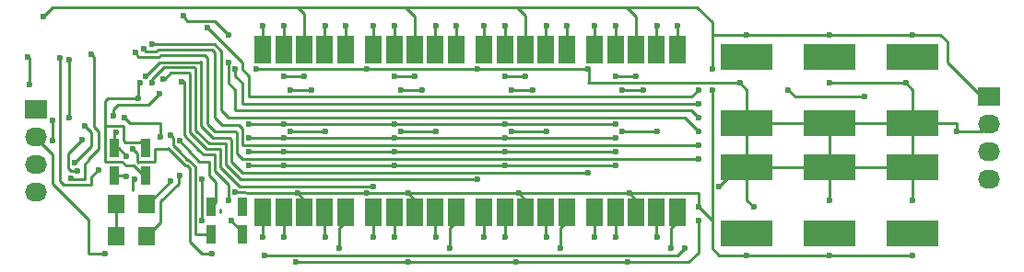
<source format=gbr>
G04 #@! TF.FileFunction,Copper,L1,Top,Signal*
%FSLAX46Y46*%
G04 Gerber Fmt 4.6, Leading zero omitted, Abs format (unit mm)*
G04 Created by KiCad (PCBNEW 4.0.5+dfsg1-4) date Sat Sep  8 16:31:07 2018*
%MOMM*%
%LPD*%
G01*
G04 APERTURE LIST*
%ADD10C,0.100000*%
%ADD11R,1.600000X2.500000*%
%ADD12R,1.597660X1.800860*%
%ADD13R,0.900000X1.700000*%
%ADD14R,4.700000X2.450000*%
%ADD15R,2.032000X1.727200*%
%ADD16O,2.032000X1.727200*%
%ADD17C,0.600000*%
%ADD18C,0.250000*%
G04 APERTURE END LIST*
D10*
D11*
X90170000Y-25520000D03*
X88270000Y-25520000D03*
X86370000Y-25520000D03*
X92070000Y-25520000D03*
X93970000Y-25520000D03*
X90170000Y-40520000D03*
X88270000Y-40520000D03*
X86370000Y-40520000D03*
X92070000Y-40520000D03*
X93970000Y-40520000D03*
X80010000Y-25520000D03*
X78110000Y-25520000D03*
X76210000Y-25520000D03*
X81910000Y-25520000D03*
X83810000Y-25520000D03*
X80010000Y-40520000D03*
X78110000Y-40520000D03*
X76210000Y-40520000D03*
X81910000Y-40520000D03*
X83810000Y-40520000D03*
X69850000Y-25520000D03*
X67950000Y-25520000D03*
X66050000Y-25520000D03*
X71750000Y-25520000D03*
X73650000Y-25520000D03*
X69850000Y-40520000D03*
X67950000Y-40520000D03*
X66050000Y-40520000D03*
X71750000Y-40520000D03*
X73650000Y-40520000D03*
X59690000Y-25520000D03*
X57790000Y-25520000D03*
X55890000Y-25520000D03*
X61590000Y-25520000D03*
X63490000Y-25520000D03*
X59690000Y-40520000D03*
X57790000Y-40520000D03*
X55890000Y-40520000D03*
X61590000Y-40520000D03*
X63490000Y-40520000D03*
D12*
X42395140Y-39751000D03*
X45234860Y-39751000D03*
X42395140Y-42672000D03*
X45234860Y-42672000D03*
D13*
X54028000Y-40005000D03*
X51128000Y-40005000D03*
X54028000Y-42545000D03*
X51128000Y-42545000D03*
X45138000Y-37084000D03*
X42238000Y-37084000D03*
X45138000Y-34544000D03*
X42238000Y-34544000D03*
D14*
X100330000Y-32258000D03*
X100330000Y-26162000D03*
X107950000Y-32258000D03*
X107950000Y-26162000D03*
X115570000Y-32258000D03*
X115570000Y-26162000D03*
X115570000Y-36322000D03*
X115570000Y-42418000D03*
X107950000Y-36322000D03*
X107950000Y-42418000D03*
X100330000Y-36322000D03*
X100330000Y-42418000D03*
D15*
X122555000Y-29845000D03*
D16*
X122555000Y-32385000D03*
X122555000Y-34925000D03*
X122555000Y-37465000D03*
D15*
X35052000Y-30988000D03*
D16*
X35052000Y-33528000D03*
X35052000Y-36068000D03*
X35052000Y-38608000D03*
D17*
X42395140Y-39751000D03*
X95885000Y-40005000D03*
X35687000Y-22479000D03*
X34417000Y-28702000D03*
X34290000Y-26162000D03*
X53340000Y-38608000D03*
X97155000Y-29210000D03*
X97155000Y-27305000D03*
X115570000Y-44450000D03*
X107950000Y-44450000D03*
X100330000Y-44450000D03*
X89535000Y-38735000D03*
X79375000Y-38735000D03*
X69215000Y-38735000D03*
X59055000Y-38735000D03*
X65405000Y-38735000D03*
X115570000Y-24130000D03*
X107950000Y-24130000D03*
X100330000Y-24130000D03*
X90170000Y-25400000D03*
X90805000Y-29210000D03*
X88900000Y-29210000D03*
X80010000Y-25400000D03*
X80645000Y-29210000D03*
X78740000Y-29210000D03*
X68580000Y-29210000D03*
X70485000Y-29210000D03*
X69850000Y-25400000D03*
X58420000Y-29210000D03*
X60325000Y-29210000D03*
X59690000Y-25400000D03*
X88265000Y-23315000D03*
X86360000Y-23315000D03*
X92075000Y-23315000D03*
X93980000Y-23315000D03*
X88265000Y-42725000D03*
X86360000Y-42725000D03*
X92075000Y-42725000D03*
X93345000Y-43815000D03*
X78105000Y-23315000D03*
X76200000Y-23315000D03*
X81915000Y-23315000D03*
X83820000Y-23315000D03*
X78105000Y-42725000D03*
X76200000Y-42725000D03*
X81915000Y-42725000D03*
X83185000Y-43815000D03*
X67945000Y-23315000D03*
X66040000Y-23315000D03*
X71755000Y-23315000D03*
X73660000Y-23315000D03*
X67945000Y-42725000D03*
X66040000Y-42725000D03*
X71755000Y-42725000D03*
X73025000Y-43815000D03*
X57785000Y-23315000D03*
X55880000Y-23315000D03*
X61595000Y-23315000D03*
X63500000Y-23315000D03*
X57785000Y-42725000D03*
X55880000Y-42725000D03*
X61595000Y-42725000D03*
X62865000Y-43815000D03*
X41402000Y-44323000D03*
X119634000Y-32996000D03*
X107950000Y-32258000D03*
X97790000Y-38100000D03*
X95885000Y-41275000D03*
X89408000Y-45085000D03*
X79121000Y-45085000D03*
X69215000Y-45085000D03*
X58928000Y-45085000D03*
X44450000Y-29972000D03*
X44577000Y-28575000D03*
X107950000Y-28575000D03*
X85725000Y-27305000D03*
X75565000Y-27305000D03*
X65405000Y-27305000D03*
X55245000Y-27305000D03*
X99695000Y-28575000D03*
X114935000Y-28575000D03*
X115570000Y-39370000D03*
X107950000Y-39370000D03*
X100965000Y-40005000D03*
X111125000Y-29845000D03*
X104140000Y-29210000D03*
X54610000Y-36195000D03*
X57785000Y-36195000D03*
X67945000Y-36195000D03*
X78105000Y-36195000D03*
X88265000Y-36195000D03*
X50292000Y-41275000D03*
X50292000Y-37465000D03*
X40132000Y-25908000D03*
X38227000Y-37338000D03*
X39243000Y-33782000D03*
X46355000Y-29591000D03*
X42164000Y-31623000D03*
X38862000Y-36703000D03*
X54610000Y-34925000D03*
X88265000Y-34925000D03*
X78105000Y-34925000D03*
X67945000Y-34925000D03*
X57785000Y-34925000D03*
X47371000Y-37592000D03*
X48260000Y-37084000D03*
X95885000Y-35560000D03*
X44196000Y-25781000D03*
X95885000Y-34290000D03*
X44958000Y-25400000D03*
X95885000Y-33020000D03*
X45720000Y-25019000D03*
X48623220Y-22334220D03*
X52705000Y-24130000D03*
X52705000Y-26670000D03*
X95885000Y-31750000D03*
X53340000Y-27305000D03*
X95885000Y-30480000D03*
X50800000Y-23495000D03*
X95885000Y-29210000D03*
X85725000Y-36830000D03*
X45085000Y-27940000D03*
X75565000Y-37465000D03*
X45720000Y-28575000D03*
X46736000Y-28194000D03*
X66040000Y-38100000D03*
X48387000Y-28448000D03*
X52705000Y-39370000D03*
X54610000Y-32385000D03*
X88265000Y-32385000D03*
X78105000Y-32385000D03*
X67945000Y-32385000D03*
X57785000Y-32385000D03*
X54610000Y-33655000D03*
X88265000Y-33655000D03*
X78105000Y-33655000D03*
X67945000Y-33655000D03*
X57785000Y-33655000D03*
X48260000Y-33909000D03*
X47371000Y-33401000D03*
X51181000Y-44323000D03*
X43942000Y-34671000D03*
X39497000Y-32512000D03*
X38608000Y-35941000D03*
X36576000Y-32004000D03*
X36576000Y-33909000D03*
X38100000Y-26416000D03*
X38100000Y-31750000D03*
X40767000Y-36576000D03*
X37211000Y-26289000D03*
X43307000Y-37211000D03*
X42418000Y-33147000D03*
X46482000Y-33528000D03*
X43180000Y-31750000D03*
X44069000Y-37465000D03*
X43307000Y-35306000D03*
X56060000Y-44450000D03*
X94615000Y-43815000D03*
X53975000Y-40005000D03*
X52959000Y-41275000D03*
X98880000Y-26670000D03*
X106500000Y-26670000D03*
X114120000Y-26670000D03*
X117020000Y-41910000D03*
X109400000Y-41910000D03*
X101780000Y-41910000D03*
X88265000Y-27940000D03*
X90170000Y-27940000D03*
X92075000Y-33020000D03*
X88900000Y-33020000D03*
X78105000Y-27940000D03*
X80010000Y-27940000D03*
X81915000Y-33020000D03*
X78740000Y-33020000D03*
X67945000Y-27940000D03*
X69850000Y-27940000D03*
X71755000Y-33020000D03*
X68580000Y-33020000D03*
X57785000Y-27940000D03*
X59690000Y-27940000D03*
X61595000Y-33020000D03*
X58420000Y-33020000D03*
D18*
X51943000Y-40259000D02*
X51943000Y-40513000D01*
X42395140Y-42672000D02*
X42395140Y-39751000D01*
X97155000Y-24130000D02*
X97155000Y-22987000D01*
X95758000Y-21590000D02*
X88773000Y-21590000D01*
X97155000Y-22987000D02*
X95758000Y-21590000D01*
X79248000Y-21590000D02*
X88773000Y-21590000D01*
X88773000Y-21590000D02*
X89281000Y-21590000D01*
X89281000Y-21590000D02*
X90170000Y-22479000D01*
X90170000Y-22479000D02*
X90170000Y-25520000D01*
X68961000Y-21590000D02*
X79248000Y-21590000D01*
X80010000Y-22352000D02*
X80010000Y-25520000D01*
X79248000Y-21590000D02*
X80010000Y-22352000D01*
X58928000Y-21590000D02*
X68961000Y-21590000D01*
X69850000Y-22479000D02*
X69850000Y-25520000D01*
X68961000Y-21590000D02*
X69850000Y-22479000D01*
X51943000Y-21590000D02*
X58928000Y-21590000D01*
X58928000Y-21590000D02*
X59055000Y-21590000D01*
X35687000Y-22479000D02*
X36576000Y-21590000D01*
X36576000Y-21590000D02*
X51943000Y-21590000D01*
X59690000Y-22225000D02*
X59690000Y-25520000D01*
X59055000Y-21590000D02*
X59690000Y-22225000D01*
X34417000Y-26289000D02*
X34417000Y-28702000D01*
X34290000Y-26162000D02*
X34417000Y-26289000D01*
X53340000Y-38608000D02*
X55245000Y-38735000D01*
X122555000Y-29845000D02*
X121920000Y-29845000D01*
X121920000Y-29845000D02*
X118745000Y-26670000D01*
X118745000Y-26670000D02*
X118745000Y-24765000D01*
X118745000Y-24765000D02*
X118110000Y-24130000D01*
X118110000Y-24130000D02*
X115570000Y-24130000D01*
X95885000Y-40005000D02*
X95885000Y-38735000D01*
X95885000Y-38735000D02*
X89535000Y-38735000D01*
X100330000Y-24130000D02*
X97155000Y-24130000D01*
X97155000Y-29210000D02*
X97155000Y-41275000D01*
X97155000Y-24130000D02*
X97155000Y-27305000D01*
X107950000Y-44450000D02*
X115570000Y-44450000D01*
X100330000Y-44450000D02*
X107950000Y-44450000D01*
X95885000Y-40005000D02*
X97155000Y-41275000D01*
X97790000Y-44450000D02*
X100330000Y-44450000D01*
X97155000Y-41275000D02*
X97155000Y-43815000D01*
X97155000Y-43815000D02*
X97790000Y-44450000D01*
X79375000Y-38735000D02*
X89535000Y-38735000D01*
X89535000Y-38735000D02*
X90170000Y-39370000D01*
X90170000Y-39370000D02*
X90170000Y-40520000D01*
X69215000Y-38735000D02*
X79375000Y-38735000D01*
X79375000Y-38735000D02*
X80010000Y-39370000D01*
X80010000Y-39370000D02*
X80010000Y-40520000D01*
X59055000Y-38735000D02*
X65405000Y-38735000D01*
X65405000Y-38735000D02*
X69215000Y-38735000D01*
X69215000Y-38735000D02*
X69850000Y-39370000D01*
X69850000Y-39370000D02*
X69850000Y-40520000D01*
X59055000Y-38735000D02*
X55245000Y-38735000D01*
X59690000Y-39370000D02*
X59055000Y-38735000D01*
X59690000Y-40520000D02*
X59690000Y-39370000D01*
X107950000Y-24130000D02*
X115570000Y-24130000D01*
X100330000Y-24130000D02*
X107950000Y-24130000D01*
X90170000Y-25400000D02*
X90170000Y-25520000D01*
X88900000Y-29210000D02*
X90805000Y-29210000D01*
X80010000Y-25400000D02*
X80010000Y-25520000D01*
X78740000Y-29210000D02*
X80645000Y-29210000D01*
X68580000Y-29210000D02*
X70485000Y-29210000D01*
X69850000Y-25400000D02*
X69850000Y-25520000D01*
X58420000Y-29210000D02*
X60325000Y-29210000D01*
X59690000Y-25400000D02*
X59690000Y-25520000D01*
X88270000Y-25520000D02*
X88270000Y-23320000D01*
X88270000Y-23320000D02*
X88265000Y-23315000D01*
X86370000Y-25520000D02*
X86370000Y-23325000D01*
X86370000Y-23325000D02*
X86360000Y-23315000D01*
X92070000Y-25520000D02*
X92070000Y-23320000D01*
X92070000Y-23320000D02*
X92075000Y-23315000D01*
X93970000Y-25520000D02*
X93970000Y-23325000D01*
X93970000Y-23325000D02*
X93980000Y-23315000D01*
X88270000Y-40520000D02*
X88270000Y-42720000D01*
X88270000Y-42720000D02*
X88265000Y-42725000D01*
X86370000Y-40520000D02*
X86370000Y-42715000D01*
X86370000Y-42715000D02*
X86360000Y-42725000D01*
X92070000Y-40520000D02*
X92070000Y-42720000D01*
X92070000Y-42720000D02*
X92075000Y-42725000D01*
X93970000Y-40520000D02*
X93970000Y-41285000D01*
X93970000Y-41285000D02*
X93345000Y-41910000D01*
X93345000Y-41910000D02*
X93345000Y-43815000D01*
X78110000Y-25520000D02*
X78110000Y-23320000D01*
X78110000Y-23320000D02*
X78105000Y-23315000D01*
X76210000Y-25520000D02*
X76210000Y-23325000D01*
X76210000Y-23325000D02*
X76200000Y-23315000D01*
X81910000Y-25520000D02*
X81910000Y-23320000D01*
X81910000Y-23320000D02*
X81915000Y-23315000D01*
X83810000Y-25520000D02*
X83810000Y-23325000D01*
X83810000Y-23325000D02*
X83820000Y-23315000D01*
X78110000Y-40520000D02*
X78110000Y-42720000D01*
X78110000Y-42720000D02*
X78105000Y-42725000D01*
X76210000Y-40520000D02*
X76210000Y-42715000D01*
X76210000Y-42715000D02*
X76200000Y-42725000D01*
X81910000Y-40520000D02*
X81910000Y-42720000D01*
X81910000Y-42720000D02*
X81915000Y-42725000D01*
X83810000Y-40520000D02*
X83810000Y-41285000D01*
X83810000Y-41285000D02*
X83185000Y-41910000D01*
X83185000Y-41910000D02*
X83185000Y-43815000D01*
X67950000Y-25520000D02*
X67950000Y-23320000D01*
X67950000Y-23320000D02*
X67945000Y-23315000D01*
X66050000Y-25520000D02*
X66050000Y-23325000D01*
X66050000Y-23325000D02*
X66040000Y-23315000D01*
X71750000Y-25520000D02*
X71750000Y-23320000D01*
X71750000Y-23320000D02*
X71755000Y-23315000D01*
X73650000Y-25520000D02*
X73650000Y-23325000D01*
X73650000Y-23325000D02*
X73660000Y-23315000D01*
X67950000Y-40520000D02*
X67950000Y-42720000D01*
X67950000Y-42720000D02*
X67945000Y-42725000D01*
X66050000Y-40520000D02*
X66050000Y-42715000D01*
X66050000Y-42715000D02*
X66040000Y-42725000D01*
X71750000Y-40520000D02*
X71750000Y-42720000D01*
X71750000Y-42720000D02*
X71755000Y-42725000D01*
X73650000Y-40520000D02*
X73650000Y-41285000D01*
X73650000Y-41285000D02*
X73025000Y-41910000D01*
X73025000Y-41910000D02*
X73025000Y-43815000D01*
X57790000Y-25520000D02*
X57790000Y-23320000D01*
X57790000Y-23320000D02*
X57785000Y-23315000D01*
X55890000Y-25520000D02*
X55890000Y-23325000D01*
X55890000Y-23325000D02*
X55880000Y-23315000D01*
X61590000Y-25520000D02*
X61590000Y-23320000D01*
X61590000Y-23320000D02*
X61595000Y-23315000D01*
X63490000Y-25520000D02*
X63490000Y-23325000D01*
X63490000Y-23325000D02*
X63500000Y-23315000D01*
X57790000Y-40520000D02*
X57790000Y-42720000D01*
X57790000Y-42720000D02*
X57785000Y-42725000D01*
X55890000Y-40520000D02*
X55890000Y-42715000D01*
X55890000Y-42715000D02*
X55880000Y-42725000D01*
X61590000Y-40520000D02*
X61590000Y-42720000D01*
X61590000Y-42720000D02*
X61595000Y-42725000D01*
X63490000Y-40520000D02*
X63490000Y-41285000D01*
X63490000Y-41285000D02*
X62865000Y-41910000D01*
X62865000Y-41910000D02*
X62865000Y-43815000D01*
X39878000Y-44323000D02*
X39878000Y-41148000D01*
X39878000Y-41148000D02*
X36576000Y-37846000D01*
X42164000Y-32512000D02*
X41402000Y-32512000D01*
X43079500Y-32512000D02*
X42164000Y-32512000D01*
X43688000Y-29972000D02*
X41656000Y-29972000D01*
X41656000Y-29972000D02*
X41402000Y-30226000D01*
X41402000Y-30226000D02*
X41402000Y-32258000D01*
X41402000Y-32258000D02*
X41402000Y-32512000D01*
X41402000Y-32512000D02*
X41402000Y-33274000D01*
X43079500Y-32512000D02*
X43079500Y-33882500D01*
X44577000Y-34036000D02*
X44577000Y-33983000D01*
X44630000Y-34036000D02*
X44577000Y-34036000D01*
X43233000Y-34036000D02*
X44630000Y-34036000D01*
X43079500Y-33882500D02*
X43233000Y-34036000D01*
X45138000Y-37084000D02*
X44956602Y-37084000D01*
X44956602Y-37084000D02*
X44067602Y-36195000D01*
X42926000Y-35814000D02*
X43307000Y-36195000D01*
X42799000Y-35814000D02*
X41402000Y-35814000D01*
X41402000Y-33274000D02*
X41402000Y-34671000D01*
X41402000Y-35814000D02*
X41402000Y-34671000D01*
X42799000Y-35814000D02*
X42926000Y-35814000D01*
X44067602Y-36195000D02*
X43307000Y-36195000D01*
X44577000Y-33983000D02*
X45138000Y-34544000D01*
X39878000Y-44323000D02*
X41402000Y-44323000D01*
X36576000Y-37846000D02*
X36576000Y-35179000D01*
X44450000Y-29972000D02*
X43688000Y-29972000D01*
X35052000Y-33655000D02*
X36576000Y-35179000D01*
X35052000Y-33528000D02*
X35052000Y-33655000D01*
X119634000Y-32258000D02*
X115570000Y-32258000D01*
X121944000Y-32996000D02*
X119634000Y-32996000D01*
X119634000Y-32258000D02*
X119634000Y-32996000D01*
X119634000Y-32258000D02*
X119634000Y-32385000D01*
X121944000Y-32996000D02*
X122555000Y-32385000D01*
X122428000Y-32258000D02*
X122555000Y-32385000D01*
X85852000Y-28575000D02*
X85852000Y-27432000D01*
X85852000Y-27432000D02*
X85725000Y-27305000D01*
X89408000Y-45085000D02*
X94996000Y-45085000D01*
X97790000Y-38100000D02*
X99568000Y-36322000D01*
X95885000Y-44196000D02*
X95885000Y-41275000D01*
X94996000Y-45085000D02*
X95885000Y-44196000D01*
X79121000Y-45085000D02*
X89408000Y-45085000D01*
X69215000Y-45085000D02*
X79121000Y-45085000D01*
X58928000Y-45085000D02*
X69215000Y-45085000D01*
X44450000Y-28702000D02*
X44450000Y-29972000D01*
X44577000Y-28575000D02*
X44450000Y-28702000D01*
X122428000Y-32258000D02*
X122555000Y-32385000D01*
X99568000Y-36322000D02*
X100330000Y-36322000D01*
X112395000Y-28575000D02*
X114935000Y-28575000D01*
X107950000Y-28575000D02*
X112395000Y-28575000D01*
X85725000Y-28575000D02*
X85852000Y-28575000D01*
X85852000Y-28575000D02*
X99695000Y-28575000D01*
X75565000Y-27305000D02*
X85725000Y-27305000D01*
X65405000Y-27305000D02*
X75565000Y-27305000D01*
X55245000Y-27305000D02*
X65405000Y-27305000D01*
X107950000Y-36322000D02*
X115570000Y-36322000D01*
X107950000Y-32258000D02*
X115570000Y-32258000D01*
X100330000Y-36322000D02*
X107950000Y-36322000D01*
X100330000Y-32258000D02*
X107950000Y-32258000D01*
X115570000Y-32258000D02*
X115570000Y-36322000D01*
X107950000Y-32258000D02*
X107950000Y-36322000D01*
X100330000Y-32258000D02*
X100330000Y-36322000D01*
X100330000Y-29210000D02*
X100330000Y-32258000D01*
X99695000Y-28575000D02*
X100330000Y-29210000D01*
X115570000Y-29210000D02*
X115570000Y-32258000D01*
X114935000Y-28575000D02*
X115570000Y-29210000D01*
X115570000Y-39370000D02*
X115570000Y-36322000D01*
X107950000Y-39370000D02*
X107950000Y-36322000D01*
X100965000Y-40005000D02*
X100330000Y-39370000D01*
X100330000Y-39370000D02*
X100330000Y-36322000D01*
X104775000Y-29845000D02*
X111125000Y-29845000D01*
X104140000Y-29210000D02*
X104775000Y-29845000D01*
X57785000Y-36195000D02*
X54610000Y-36195000D01*
X67945000Y-36195000D02*
X57785000Y-36195000D01*
X78105000Y-36195000D02*
X67945000Y-36195000D01*
X88265000Y-36195000D02*
X78105000Y-36195000D01*
X50292000Y-41021000D02*
X50292000Y-41275000D01*
X50292000Y-37465000D02*
X50292000Y-41021000D01*
X39497000Y-36703000D02*
X39497000Y-36068000D01*
X40386000Y-26162000D02*
X40132000Y-25908000D01*
X40767000Y-33020000D02*
X40386000Y-32639000D01*
X40767000Y-34671000D02*
X40767000Y-33020000D01*
X39878000Y-35560000D02*
X40767000Y-34671000D01*
X40386000Y-32639000D02*
X40386000Y-26162000D01*
X38354000Y-37465000D02*
X38227000Y-37338000D01*
X38354000Y-37465000D02*
X39497000Y-37465000D01*
X39497000Y-36703000D02*
X39497000Y-37465000D01*
X39497000Y-36068000D02*
X39878000Y-35687000D01*
X39878000Y-35687000D02*
X39878000Y-35560000D01*
X42164000Y-31623000D02*
X42164000Y-30988000D01*
X42545000Y-30607000D02*
X45339000Y-30607000D01*
X42164000Y-30988000D02*
X42545000Y-30607000D01*
X37973000Y-35306000D02*
X37973000Y-36449000D01*
X39243000Y-33782000D02*
X37973000Y-35052000D01*
X37973000Y-35052000D02*
X37973000Y-35306000D01*
X46355000Y-29591000D02*
X45339000Y-30607000D01*
X38227000Y-36703000D02*
X38862000Y-36703000D01*
X37973000Y-36449000D02*
X38227000Y-36703000D01*
X57785000Y-34925000D02*
X54610000Y-34925000D01*
X78105000Y-34925000D02*
X88265000Y-34925000D01*
X67945000Y-34925000D02*
X78105000Y-34925000D01*
X57785000Y-34925000D02*
X67945000Y-34925000D01*
X45234860Y-39751000D02*
X45339000Y-39751000D01*
X45339000Y-39751000D02*
X47371000Y-37592000D01*
X45234860Y-39751000D02*
X45234860Y-39093140D01*
X46482000Y-40005000D02*
X46482000Y-41424860D01*
X48260000Y-37084000D02*
X48133000Y-37211000D01*
X48133000Y-37211000D02*
X48133000Y-37846000D01*
X48133000Y-37846000D02*
X46482000Y-39497000D01*
X46482000Y-39497000D02*
X46482000Y-40005000D01*
X46482000Y-41424860D02*
X45234860Y-42672000D01*
X50800000Y-27305000D02*
X50800000Y-26289000D01*
X46355000Y-26162000D02*
X44418250Y-26162000D01*
X46482000Y-26035000D02*
X46355000Y-26162000D01*
X50546000Y-26035000D02*
X46482000Y-26035000D01*
X50800000Y-26289000D02*
X50546000Y-26035000D01*
X50800000Y-27305000D02*
X50800000Y-27940000D01*
X51435000Y-33020000D02*
X53340000Y-33020000D01*
X53467000Y-33147000D02*
X53467000Y-35052000D01*
X53340000Y-33020000D02*
X53467000Y-33147000D01*
X53467000Y-35052000D02*
X53467000Y-34925000D01*
X53467000Y-34925000D02*
X53467000Y-35052000D01*
X50800000Y-27940000D02*
X50800000Y-32385000D01*
X50800000Y-32385000D02*
X51435000Y-33020000D01*
X53467000Y-35052000D02*
X53975000Y-35560000D01*
X53975000Y-35560000D02*
X54610000Y-35560000D01*
X95885000Y-35560000D02*
X54610000Y-35560000D01*
X44196000Y-25781000D02*
X44418250Y-26162000D01*
X51435000Y-26670000D02*
X51435000Y-25781000D01*
X45110400Y-25654000D02*
X44958000Y-25400000D01*
X46101000Y-25654000D02*
X45110400Y-25654000D01*
X46228000Y-25527000D02*
X46101000Y-25654000D01*
X51181000Y-25527000D02*
X46228000Y-25527000D01*
X51435000Y-25781000D02*
X51181000Y-25527000D01*
X52133500Y-32448500D02*
X51435000Y-31750000D01*
X53975000Y-34290000D02*
X54610000Y-34290000D01*
X95885000Y-34290000D02*
X54610000Y-34290000D01*
X53657500Y-32448500D02*
X53975000Y-32766000D01*
X53975000Y-32766000D02*
X53975000Y-34290000D01*
X52133500Y-32448500D02*
X53657500Y-32448500D01*
X51435000Y-31750000D02*
X51435000Y-26670000D01*
X45720000Y-25019000D02*
X51435000Y-25019000D01*
X52070000Y-25654000D02*
X52070000Y-26162000D01*
X51435000Y-25019000D02*
X52070000Y-25654000D01*
X52070000Y-26162000D02*
X52070000Y-26670000D01*
X52070000Y-31115000D02*
X52705000Y-31750000D01*
X52705000Y-31750000D02*
X54610000Y-31750000D01*
X52070000Y-26670000D02*
X52070000Y-31115000D01*
X94615000Y-31750000D02*
X54610000Y-31750000D01*
X95885000Y-33020000D02*
X94615000Y-31750000D01*
X48895000Y-22860000D02*
X49530000Y-22860000D01*
X48623220Y-22334220D02*
X48895000Y-22860000D01*
X52705000Y-26670000D02*
X52705000Y-28575000D01*
X52705000Y-28575000D02*
X53340000Y-29210000D01*
X53340000Y-29210000D02*
X53340000Y-31115000D01*
X53340000Y-31115000D02*
X54610000Y-31115000D01*
X95250000Y-31115000D02*
X54610000Y-31115000D01*
X95885000Y-31750000D02*
X95250000Y-31115000D01*
X49530000Y-22860000D02*
X51435000Y-22860000D01*
X51435000Y-22860000D02*
X52705000Y-24130000D01*
X54610000Y-30480000D02*
X53975000Y-30480000D01*
X53340000Y-27940000D02*
X53340000Y-27305000D01*
X53975000Y-28575000D02*
X53340000Y-27940000D01*
X53975000Y-30480000D02*
X53975000Y-28575000D01*
X95885000Y-30480000D02*
X54610000Y-30480000D01*
X53975000Y-26670000D02*
X50800000Y-23495000D01*
X54610000Y-29845000D02*
X54610000Y-27940000D01*
X95885000Y-29210000D02*
X95250000Y-29845000D01*
X95250000Y-29845000D02*
X54610000Y-29845000D01*
X54610000Y-27940000D02*
X53975000Y-27305000D01*
X53975000Y-27305000D02*
X53975000Y-26670000D01*
X50167751Y-28067000D02*
X50167751Y-26614753D01*
X46355000Y-26670000D02*
X45085000Y-27940000D01*
X50112504Y-26670000D02*
X46355000Y-26670000D01*
X50167751Y-26614753D02*
X50112504Y-26670000D01*
X50167751Y-32509249D02*
X50167751Y-28067000D01*
X52959000Y-35814000D02*
X52959000Y-33782000D01*
X52959000Y-33782000D02*
X52831301Y-33654301D01*
X52831301Y-33654301D02*
X51312803Y-33654301D01*
X51312803Y-33654301D02*
X50167751Y-32509249D01*
X54102000Y-36830000D02*
X53975000Y-36830000D01*
X53975000Y-36830000D02*
X52959000Y-35814000D01*
X85725000Y-36830000D02*
X54610000Y-36830000D01*
X53975000Y-36830000D02*
X53467000Y-36322000D01*
X54610000Y-36830000D02*
X54102000Y-36830000D01*
X52959000Y-35814000D02*
X53340000Y-36195000D01*
X45720000Y-28575000D02*
X45720000Y-28194000D01*
X49717749Y-28575000D02*
X49714998Y-28575000D01*
X49717749Y-27238749D02*
X49717749Y-28575000D01*
X49599002Y-27120002D02*
X49717749Y-27238749D01*
X46793998Y-27120002D02*
X49599002Y-27120002D01*
X45720000Y-28194000D02*
X46793998Y-27120002D01*
X49717749Y-32695645D02*
X49717749Y-32953749D01*
X49717749Y-32953749D02*
X49784000Y-33020000D01*
X49717749Y-32004000D02*
X49717749Y-32695645D01*
X49717749Y-29969249D02*
X49717749Y-31369000D01*
X49717749Y-32004000D02*
X49717749Y-31369000D01*
X49717749Y-32695645D02*
X49717749Y-32385000D01*
X49714998Y-29969249D02*
X49717749Y-29969249D01*
X49717749Y-29969249D02*
X49714998Y-29969249D01*
X49714998Y-28575000D02*
X49714998Y-28575000D01*
X49714998Y-28575000D02*
X49714998Y-29969249D01*
X49714998Y-29969249D02*
X49714998Y-29969249D01*
X49714998Y-29969249D02*
X49717749Y-29972000D01*
X50927000Y-34163000D02*
X49784000Y-33020000D01*
X52451000Y-36068000D02*
X53848000Y-37465000D01*
X52451000Y-34163000D02*
X52451000Y-36068000D01*
X50927000Y-34163000D02*
X52451000Y-34163000D01*
X75565000Y-37465000D02*
X54610000Y-37465000D01*
X53848000Y-37465000D02*
X54610000Y-37465000D01*
X49149000Y-29337000D02*
X49149000Y-29083000D01*
X49091002Y-27628002D02*
X49149000Y-27686000D01*
X49149000Y-27686000D02*
X49149000Y-29083000D01*
X49091002Y-27628002D02*
X47440002Y-27628002D01*
X46736000Y-28194000D02*
X46874004Y-28194000D01*
X46874004Y-28194000D02*
X47440002Y-27628002D01*
X47440002Y-27628002D02*
X47498000Y-27570004D01*
X49149000Y-33147000D02*
X49149000Y-29337000D01*
X50800000Y-34671000D02*
X50673000Y-34671000D01*
X51943000Y-34671000D02*
X51943000Y-36322000D01*
X53848000Y-38100000D02*
X53721000Y-38100000D01*
X53721000Y-38100000D02*
X52070000Y-36449000D01*
X51943000Y-36322000D02*
X52070000Y-36449000D01*
X50800000Y-34671000D02*
X51943000Y-34671000D01*
X50673000Y-34671000D02*
X49149000Y-33147000D01*
X66040000Y-38100000D02*
X54610000Y-38100000D01*
X53848000Y-38100000D02*
X54610000Y-38100000D01*
X48641000Y-28482501D02*
X48421501Y-28482501D01*
X48421501Y-28482501D02*
X48387000Y-28448000D01*
X50419000Y-35179000D02*
X51435000Y-35179000D01*
X51435000Y-35179000D02*
X51435000Y-36068000D01*
X51435000Y-36068000D02*
X51435000Y-36703000D01*
X51435000Y-36703000D02*
X52705000Y-37973000D01*
X52705000Y-37973000D02*
X52705000Y-39370000D01*
X48641000Y-33401000D02*
X50038000Y-34798000D01*
X50038000Y-34798000D02*
X50419000Y-35179000D01*
X48664497Y-28482501D02*
X48641000Y-28505998D01*
X48641000Y-28505998D02*
X48641000Y-33401000D01*
X48641000Y-28482501D02*
X48664497Y-28482501D01*
X57785000Y-32385000D02*
X54610000Y-32385000D01*
X78105000Y-32385000D02*
X88265000Y-32385000D01*
X67945000Y-32385000D02*
X78105000Y-32385000D01*
X57785000Y-32385000D02*
X67945000Y-32385000D01*
X57785000Y-33655000D02*
X54610000Y-33655000D01*
X78105000Y-33655000D02*
X88265000Y-33655000D01*
X67945000Y-33655000D02*
X78105000Y-33655000D01*
X57785000Y-33655000D02*
X67945000Y-33655000D01*
X51562000Y-39571000D02*
X51562000Y-37719000D01*
X50927000Y-37084000D02*
X51562000Y-37719000D01*
X50038000Y-35814000D02*
X50927000Y-35814000D01*
X48260000Y-33909000D02*
X50038000Y-35814000D01*
X50927000Y-35814000D02*
X50927000Y-37084000D01*
X51562000Y-39571000D02*
X51128000Y-40005000D01*
X48964002Y-35629002D02*
X49027502Y-35629002D01*
X49657000Y-36258500D02*
X49657000Y-42545000D01*
X49027502Y-35629002D02*
X49657000Y-36258500D01*
X47625000Y-34036000D02*
X47625000Y-34290000D01*
X47625000Y-34290000D02*
X48260000Y-34925000D01*
X47625000Y-34036000D02*
X47625000Y-33655000D01*
X48260000Y-34925000D02*
X48964002Y-35629002D01*
X51128000Y-42545000D02*
X49657000Y-42545000D01*
X47625000Y-33655000D02*
X47371000Y-33401000D01*
X45974000Y-35814000D02*
X45974000Y-34671000D01*
X47244000Y-34544000D02*
X47117000Y-34671000D01*
X47117000Y-34671000D02*
X45974000Y-34671000D01*
X47244000Y-34671000D02*
X48133000Y-35560000D01*
X48768000Y-36195000D02*
X48895000Y-36195000D01*
X48768000Y-36195000D02*
X48133000Y-35560000D01*
X47244000Y-34671000D02*
X47244000Y-34544000D01*
X49149000Y-36957000D02*
X49149000Y-36449000D01*
X49149000Y-36449000D02*
X48895000Y-36195000D01*
X49149000Y-43180000D02*
X50292000Y-44323000D01*
X49149000Y-36957000D02*
X49149000Y-43180000D01*
X44323000Y-35814000D02*
X45910500Y-35814000D01*
X45974000Y-35814000D02*
X45910500Y-35814000D01*
X50292000Y-44323000D02*
X51181000Y-44323000D01*
X44323000Y-35687000D02*
X44323000Y-35814000D01*
X43942000Y-34671000D02*
X44323000Y-35052000D01*
X44323000Y-35052000D02*
X44323000Y-35687000D01*
X44323000Y-35814000D02*
X44450000Y-35941000D01*
X40132000Y-34417000D02*
X40132000Y-33147000D01*
X40132000Y-33147000D02*
X39497000Y-32512000D01*
X40132000Y-34417000D02*
X40132000Y-34290000D01*
X38608000Y-35941000D02*
X40132000Y-34417000D01*
X36576000Y-33909000D02*
X36576000Y-32004000D01*
X38100000Y-31750000D02*
X38100000Y-26416000D01*
X40132000Y-37973000D02*
X40132000Y-37211000D01*
X40132000Y-37211000D02*
X40767000Y-36576000D01*
X37211000Y-35560000D02*
X37211000Y-37592000D01*
X37592000Y-37973000D02*
X40132000Y-37973000D01*
X37211000Y-37592000D02*
X37592000Y-37973000D01*
X37211000Y-27305000D02*
X37211000Y-35560000D01*
X37211000Y-26289000D02*
X37211000Y-27305000D01*
X42926000Y-37084000D02*
X42238000Y-37084000D01*
X43307000Y-37211000D02*
X42926000Y-37084000D01*
X42238000Y-33327000D02*
X42418000Y-33147000D01*
X42238000Y-34544000D02*
X42238000Y-33327000D01*
X46482000Y-33528000D02*
X46482000Y-32258000D01*
X46482000Y-32258000D02*
X43688000Y-32258000D01*
X43180000Y-31750000D02*
X43688000Y-32258000D01*
X43942000Y-37592000D02*
X43942000Y-38354000D01*
X43942000Y-38354000D02*
X43942000Y-38481000D01*
X44069000Y-37465000D02*
X43942000Y-37592000D01*
X42672000Y-34544000D02*
X43307000Y-35306000D01*
X42238000Y-34544000D02*
X42672000Y-34544000D01*
X94615000Y-43815000D02*
X93980000Y-44450000D01*
X93980000Y-44450000D02*
X56060000Y-44450000D01*
X53975000Y-40005000D02*
X54028000Y-40005000D01*
X52959000Y-41275000D02*
X54028000Y-42344000D01*
X54028000Y-42344000D02*
X54028000Y-42545000D01*
X98880000Y-26670000D02*
X99388000Y-26162000D01*
X99388000Y-26162000D02*
X100330000Y-26162000D01*
X106500000Y-26670000D02*
X107008000Y-26162000D01*
X107008000Y-26162000D02*
X107950000Y-26162000D01*
X114120000Y-26670000D02*
X114628000Y-26162000D01*
X114628000Y-26162000D02*
X115570000Y-26162000D01*
X117020000Y-41910000D02*
X116512000Y-42418000D01*
X116512000Y-42418000D02*
X115570000Y-42418000D01*
X109400000Y-41910000D02*
X108892000Y-42418000D01*
X108892000Y-42418000D02*
X107950000Y-42418000D01*
X101780000Y-41910000D02*
X101272000Y-42418000D01*
X101272000Y-42418000D02*
X100330000Y-42418000D01*
X90170000Y-27940000D02*
X88265000Y-27940000D01*
X88900000Y-33020000D02*
X92075000Y-33020000D01*
X80010000Y-27940000D02*
X78105000Y-27940000D01*
X78740000Y-33020000D02*
X81915000Y-33020000D01*
X69850000Y-27940000D02*
X67945000Y-27940000D01*
X68580000Y-33020000D02*
X71755000Y-33020000D01*
X59690000Y-27940000D02*
X57785000Y-27940000D01*
X58420000Y-33020000D02*
X61595000Y-33020000D01*
M02*

</source>
